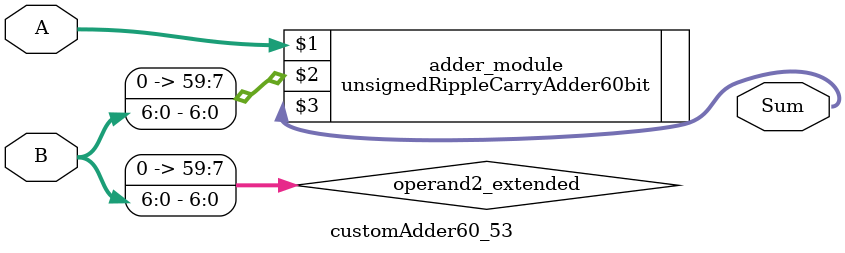
<source format=v>
module customAdder60_53(
                        input [59 : 0] A,
                        input [6 : 0] B,
                        
                        output [60 : 0] Sum
                );

        wire [59 : 0] operand2_extended;
        
        assign operand2_extended =  {53'b0, B};
        
        unsignedRippleCarryAdder60bit adder_module(
            A,
            operand2_extended,
            Sum
        );
        
        endmodule
        
</source>
